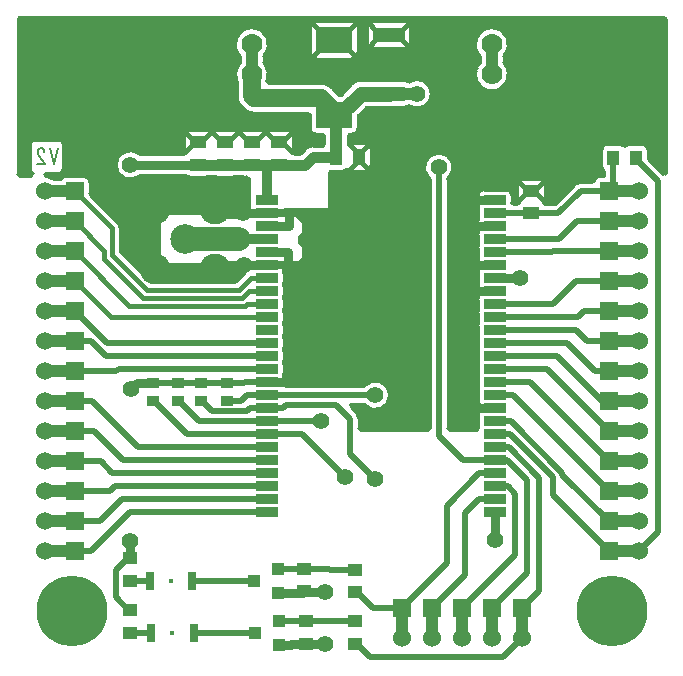
<source format=gbr>
*
*
G04 PADS 9.2 Build Number: 414666 generated Gerber (RS-274-X) file*
G04 PC Version=2.1*
*
%IN "GSM UBLOX LEON.pcb"*%
*
%MOIN*%
*
%FSLAX35Y35*%
*
*
*
*
G04 PC Standard Apertures*
*
*
G04 Thermal Relief Aperture macro.*
%AMTER*
1,1,$1,0,0*
1,0,$1-$2,0,0*
21,0,$3,$4,0,0,45*
21,0,$3,$4,0,0,135*
%
*
*
G04 Annular Aperture macro.*
%AMANN*
1,1,$1,0,0*
1,0,$2,0,0*
%
*
*
G04 Odd Aperture macro.*
%AMODD*
1,1,$1,0,0*
1,0,$1-0.005,0,0*
%
*
*
G04 PC Custom Aperture Macros*
*
*
*
*
*
*
G04 PC Aperture Table*
*
%ADD011C,0.06*%
%ADD012R,0.07X0.07*%
%ADD013C,0.23622*%
%ADD014C,0.05*%
%ADD016C,0.04*%
%ADD017C,0.02*%
%ADD018C,0.015*%
%ADD019C,0.03*%
%ADD022C,0.055*%
%ADD024C,0.001*%
%ADD025C,0.01*%
%ADD031C,0.07*%
%ADD036C,0.008*%
%ADD040R,0.06X0.06*%
%ADD041C,0.08*%
%ADD043R,0.056X0.039*%
%ADD044R,0.039X0.056*%
%ADD045C,0.09843*%
%ADD046R,0.039X0.051*%
%ADD050C,0.035*%
%ADD051R,0.04X0.035*%
%ADD052R,0.12X0.085*%
%ADD053R,0.105X0.05*%
%ADD054C,0.10236*%
%ADD055R,0.04X0.04*%
%ADD056R,0.051X0.039*%
%ADD057R,0.072X0.032*%
%ADD058R,0.0315X0.06299*%
%ADD061C,0.032*%
%ADD077C,0.025*%
%ADD079C,0.01575*%
%ADD080C,0.016*%
*
*
*
*
G04 PC Circuitry*
G04 Layer Name GSM UBLOX LEON.pcb - circuitry*
%LPD*%
*
*
G04 PC Custom Flashes*
G04 Layer Name GSM UBLOX LEON.pcb - flashes*
%LPD*%
*
*
G04 PC Circuitry*
G04 Layer Name GSM UBLOX LEON.pcb - circuitry*
%LPD*%
*
G54D11*
G01X329000Y280000D03*
X131000Y250000D03*
X329000Y230000D03*
Y220000D03*
X131000Y240000D03*
X329000Y210000D03*
X131000Y230000D03*
X329000Y200000D03*
X131000Y220000D03*
X329000Y190000D03*
Y180000D03*
Y270000D03*
Y170000D03*
Y160000D03*
X290000Y131000D03*
X131000Y210000D03*
X280000Y131000D03*
X131000Y200000D03*
X250000Y131000D03*
X131000Y190000D03*
X270000Y131000D03*
X131000Y180000D03*
X260000Y131000D03*
X131000Y170000D03*
Y160000D03*
X329000Y260000D03*
X131000Y280000D03*
Y270000D03*
X329000Y250000D03*
X131000Y260000D03*
X329000Y240000D03*
X227400Y305300D02*
X228100D01*
X229150*
X227400D02*
Y306700D01*
X223100Y311000*
X200800*
X200000Y311800*
Y319000*
G54D12*
X210000Y329000D03*
X290000D03*
G54D13*
X140000Y140000D03*
Y320000D03*
X320000D03*
Y140000D03*
G54D14*
X229150Y305300D02*
X236350Y312500D01*
X245600*
G54D16*
X250000Y131000D02*
Y141000D01*
X260000Y131000D02*
Y141000D01*
X270000Y131000D02*
Y141000D01*
X280000Y131000D02*
Y141000D01*
X290000Y131000D02*
Y141000D01*
X131000Y160000D02*
X141000D01*
X329000D02*
X319000D01*
X141000Y170000D02*
X131000D01*
X329000D02*
X319000D01*
X131000Y180000D02*
X141000D01*
X329000D02*
X319000D01*
X141000Y190000D02*
X131000D01*
X329000D02*
X319000D01*
X131000Y200000D02*
X141000D01*
X329000D02*
X319000D01*
X141000Y210000D02*
X131000D01*
X329000D02*
X319000D01*
X131000Y220000D02*
X141000D01*
X329000D02*
X319000D01*
X141000Y230000D02*
X131000D01*
X319000D02*
X329000D01*
X131000Y240000D02*
X141000D01*
X329000D02*
X319000D01*
X141000Y250000D02*
X131000D01*
X187800Y254000D02*
X167800D01*
Y274000*
X187800Y254000D02*
Y254800D01*
X195900*
X197300Y255400*
X319000Y250000D02*
X329000D01*
X131000Y260000D02*
X141000D01*
X329000D02*
X319000D01*
X141000Y270000D02*
X131000D01*
X167800Y274000D02*
X187800D01*
X197100Y272800D02*
X189000D01*
X187800Y274000*
X319000Y270000D02*
X329000D01*
X141000Y280000D02*
X131000D01*
X319000D02*
X320500D01*
X329000*
X228100Y291400D02*
Y301200D01*
X200000Y319000D02*
Y329000D01*
X255100Y312500D02*
X245600D01*
X280000Y319000D02*
Y329000D01*
G54D17*
X159500Y132700D02*
X166413D01*
X201100D02*
X180587D01*
X281500Y124800D02*
X239400D01*
X235100Y129100*
X234500*
X281500Y124800D02*
X283800D01*
X290000Y131000*
X159500Y140300D02*
X158900D01*
X154600Y144600*
Y153600*
X158800Y157800*
X159400*
X209100Y136700D02*
X218000D01*
X234500*
X250000Y141000D02*
X265000Y156000D01*
Y175230*
X275800Y186030*
X281000*
X250000Y141000D02*
X240400D01*
X235100Y146300*
X234500*
X260000Y141000D02*
X271100Y152100D01*
Y172670*
X275800Y177370*
X281000*
X270000Y141000D02*
X287800Y158800D01*
Y179200*
X285300Y181700*
X281000*
X280000Y141000D02*
X291600Y152600D01*
Y183700*
X284940Y190360*
X281000*
X290000Y141000D02*
X295900Y146900D01*
Y184500*
X285710Y194690*
X281000*
X159400Y150200D02*
X166013D01*
X180187D02*
X200700D01*
X208700Y154200D02*
X217400D01*
X234500Y153900D02*
X226100D01*
X225800Y154200*
X217400*
X141000Y160000D02*
X146500D01*
X159500Y173040*
X205000*
X319000Y160000D02*
X300300Y178700D01*
Y184920*
X286200Y199020*
X281000*
X329000Y160000D02*
X335300Y166300D01*
Y283400*
X328100Y290600*
Y291200*
X141000Y170000D02*
X149300D01*
X156700Y177370*
X205000*
X319000Y170000D02*
X303450Y185550D01*
Y186200*
X286300Y203350*
X281000*
X141000Y180000D02*
X152600D01*
X154300Y181700*
X205000*
X241100Y184100D02*
X232700Y192500D01*
Y204150*
X227950Y208900*
X319000Y180000D02*
X286990Y212010D01*
X281000*
X205000Y190360D02*
X157100D01*
X147500Y200000*
X141000*
X205000Y186030D02*
X153570D01*
X149600Y190000*
X141000*
X231000Y184800D02*
X216780Y199020D01*
X205000*
X281000Y190360D02*
X270500D01*
X262300Y198560*
Y288000*
X319000Y190000D02*
X292660Y216340D01*
X281000*
X205000Y203350D02*
X182500D01*
X175750Y210100*
X175500*
X205000Y203350D02*
X214350D01*
X214600Y203400*
X223000*
X205000Y199020D02*
X178530D01*
X167350Y210200*
X167100*
X205000Y194690D02*
X162000D01*
X146700Y210000*
X141000*
X319000Y200000D02*
X298330Y220670D01*
X281000*
X191600Y210100D02*
X196500D01*
X198410Y212010*
X205000*
Y207680D02*
X210300D01*
X211520Y208900*
X227950*
X198400Y206700D02*
X186850D01*
X183450Y210100*
X183200*
X198400Y206700D02*
X199400Y207680D01*
X205000*
X241200Y212000D02*
X223500D01*
X223490Y212010*
X205000*
X319000Y210000D02*
X316600D01*
X301600Y225000*
X281000*
X141000Y220000D02*
X154900D01*
X155600Y220670*
X205000*
X175500Y216100D02*
X175400Y216200D01*
X167100*
X175500Y216100D02*
X183200D01*
X191600*
X197400*
X197640Y216340*
X205000*
X319000Y220000D02*
X314300D01*
X305000Y229330*
X281000*
X205000D02*
X151670D01*
X141000Y240000*
X205000Y225000D02*
X151400D01*
X146400Y230000*
X141000*
X319000D02*
X311900D01*
X308200Y233660*
X281000*
Y237990D02*
Y238000D01*
X308900*
X310900Y240000*
X319000*
X281000Y242320D02*
X300500D01*
X308200Y250000*
X319000*
X281000Y259640D02*
X300140D01*
X300500Y260000*
X319000*
X281000Y263970D02*
X302300D01*
X308300Y270000*
X319000*
X293100Y272600D02*
X293070Y272630D01*
X281000*
X293100Y272600D02*
X302200D01*
X309600Y280000*
X319000*
X320500D02*
Y291200D01*
G54D18*
X204886Y299764D02*
X206871Y297779D01*
X213314Y293036D02*
X211329Y295021D01*
X213314Y299764D02*
X211329Y297779D01*
X288886Y283564D02*
X290871Y281579D01*
X288886Y276836D02*
X290871Y278821D01*
X297314Y276836D02*
X295329Y278821D01*
X297314Y283564D02*
X295329Y281579D01*
X252264Y328186D02*
X250118Y330332D01*
X252264Y336014D02*
X250118Y333868D01*
X238936Y336014D02*
X241082Y333868D01*
X238936Y328186D02*
X241082Y330332D01*
X234814Y324836D02*
X232155Y327495D01*
X234814Y336164D02*
X232155Y333505D01*
X219986Y336164D02*
X222645Y333505D01*
X219986Y324836D02*
X222645Y327495D01*
X177886Y299764D02*
X179871Y297779D01*
X177886Y293036D02*
X179871Y295021D01*
X186314Y299764D02*
X184329Y297779D01*
X186886Y299764D02*
X188871Y297779D01*
X195314Y299764D02*
X193329Y297779D01*
X239064Y295614D02*
X237079Y293629D01*
X232336Y295614D02*
X234321Y293629D01*
X232336Y287186D02*
X234321Y289171D01*
X239064Y287186D02*
X237079Y289171D01*
X195886Y299764D02*
X197871Y297779D01*
X204314Y299764D02*
X202329Y297779D01*
G54D19*
X209100Y128700D02*
X213200D01*
X213200*
Y129000*
X213300Y129100*
X218000*
Y129200*
X224300*
X208700Y146200D02*
X217000D01*
X217400Y146600*
X224300Y146500D02*
X217400D01*
Y146600*
X159400Y157800D02*
Y163500D01*
X281000Y163600D02*
Y173040D01*
X159600Y214000D02*
X161800Y216200D01*
X167100*
X281000Y207680D02*
X274020D01*
X274000Y207700*
X205000Y216340D02*
X212440D01*
X213600Y217500*
X281000Y246650D02*
X273750D01*
X273700Y246700*
X281000Y250980D02*
X289380D01*
X289400Y251000*
X205000Y255310D02*
X197390D01*
X197300Y255400*
X212100Y255310D02*
Y259640D01*
X205000*
X273700Y255300D02*
X273710Y255310D01*
X281000*
X205000Y272630D02*
X197270D01*
X197100Y272800*
X205000Y268300D02*
X212500D01*
Y272430*
X212300Y272630*
X272700Y268300D02*
X281000D01*
Y276960D02*
X272740D01*
X272700Y277000*
X159500Y288800D02*
X182100D01*
G54D22*
X224300Y129200D03*
Y146500D03*
X159400Y163500D03*
X281000Y163600D03*
X241100Y184100D03*
X231000Y184800D03*
X223000Y203400D03*
X159600Y214000D03*
X241200Y212000D03*
X274000Y207700D03*
X213600Y217500D03*
X273700Y246700D03*
X289400Y251000D03*
X197300Y255400D03*
X218000Y255300D03*
Y263800D03*
X273700Y255300D03*
X197100Y272800D03*
X272700Y268300D03*
Y277000D03*
X159500Y288800D03*
X297800Y293000D03*
X262300Y288000D03*
X168700Y300000D03*
X174200Y305500D03*
X181900D03*
X190000D03*
X297800Y302300D03*
Y311200D03*
X255100Y312500D03*
G54D24*
G54D25*
X338000Y286150D02*
Y337500D01*
G75*
G03X337500Y338000I-500J-0D01*
G01X122500*
G03X122000Y337500I0J-500*
G01Y285700*
G03X122500Y285200I500J0*
G01X126507*
G03X126749Y286138I0J500*
G01X126182Y287100D02*
G03X126749Y286138I1100J0D01*
G01X126182Y287100D02*
Y295900D01*
X127282Y297000D02*
G03X126182Y295900I-0J-1100D01*
G01X127282Y297000D02*
X135900D01*
X137000Y295900D02*
G03X135900Y297000I-1100J0D01*
G01X137000Y295900D02*
Y287100D01*
X135900Y286000D02*
G03X137000Y287100I0J1100D01*
G01X135900Y286000D02*
X131400D01*
G03X131100Y285100I0J-500*
G01X131110Y285092D02*
G03X131100Y285100I-310J-392D01*
G01X131110Y285092D02*
G03X131383Y284985I311J392D01*
G01X133875Y284091D02*
G03X131383Y284985I-2875J-4091D01*
G01X133875Y284091D02*
G03X134162Y284000I287J409D01*
G01X136000*
G03X136400Y284200I-0J500*
G01X138000Y285000D02*
G03X136400Y284200I0J-2000D01*
G01X138000Y285000D02*
X144000D01*
X146000Y283000D02*
G03X144000Y285000I-2000J0D01*
G01X146000Y283000D02*
Y279167D01*
G03X146146Y278813I500J-0*
G01X155380Y269580*
X156200Y267600D02*
G03X155380Y269580I-2800J0D01*
G01X156200Y267600D02*
Y259967D01*
G03X156346Y259613I500J-0*
G01X165963Y249996*
G03X166317Y249850I354J354*
G01X187800*
X194333*
G03X194687Y249996I0J500*
G01X197650Y252960*
X198176Y253373D02*
G03X197650Y252960I1454J-2393D01*
G01X198176Y253373D02*
G03X197916Y254300I-260J427D01*
G01X169000*
X168500Y254800D02*
G03X169000Y254300I500J0D01*
G01X168500Y254800D02*
Y272200D01*
X169000Y272700D02*
G03X168500Y272200I0J-500D01*
G01X169000Y272700D02*
X198900D01*
G03X199400Y273200I-0J500*
G01Y273700*
G03X199200Y274100I-500J-0*
G01X199000Y274500D02*
G03X199200Y274100I500J0D01*
G01X199000Y274500D02*
Y284350D01*
G03X198500Y284850I-500J-0*
G01X197300*
X196516Y285010D02*
G03X197300Y284850I784J1840D01*
G01X196516Y285010D02*
G03X196320Y285050I-196J-460D01*
G01X194880*
G03X194684Y285010I-0J-500*
G01X193900Y284850D02*
G03X194684Y285010I0J2000D01*
G01X193900Y284850D02*
X188300D01*
X187516Y285010D02*
G03X188300Y284850I784J1840D01*
G01X187516Y285010D02*
G03X187320Y285050I-196J-460D01*
G01X185880*
G03X185684Y285010I-0J-500*
G01X184900Y284850D02*
G03X185684Y285010I0J2000D01*
G01X184900Y284850D02*
X179300D01*
X178155Y285210D02*
G03X179300Y284850I1145J1640D01*
G01X178155Y285210D02*
G03X177869Y285300I-286J-410D01*
G01X162900*
G03X162577Y285181I0J-500*
G01Y292419D02*
G03Y285181I-3077J-3619D01*
G01Y292419D02*
G03X162900Y292300I323J381D01*
G01X177422*
G03X177797Y293130I-0J500*
G01X177300Y294450D02*
G03X177797Y293130I2000J0D01*
G01X177300Y294450D02*
Y298350D01*
X179300Y300350D02*
G03X177300Y298350I0J-2000D01*
G01X179300Y300350D02*
X184900D01*
X186260Y299816D02*
G03X184900Y300350I-1360J-1466D01*
G01X186260Y299816D02*
G03X186940I340J367D01*
G01X188300Y300350D02*
G03X186940Y299816I0J-2000D01*
G01X188300Y300350D02*
X193900D01*
X195260Y299816D02*
G03X193900Y300350I-1360J-1466D01*
G01X195260Y299816D02*
G03X195940I340J367D01*
G01X197300Y300350D02*
G03X195940Y299816I0J-2000D01*
G01X197300Y300350D02*
X202900D01*
X204260Y299816D02*
G03X202900Y300350I-1360J-1466D01*
G01X204260Y299816D02*
G03X204940I340J367D01*
G01X206300Y300350D02*
G03X204940Y299816I0J-2000D01*
G01X206300Y300350D02*
X211900D01*
X213900Y298350D02*
G03X211900Y300350I-2000J0D01*
G01X213900Y298350D02*
Y294450D01*
X213557Y293330D02*
G03X213900Y294450I-1657J1120D01*
G01X213557Y293330D02*
G03X213971Y292550I414J-280D01*
G01X216040*
G03X216393Y292696I-0J500*
G01X217748Y294052*
X220400Y295150D02*
G03X217748Y294052I0J-3750D01*
G01X220400Y295150D02*
X223600D01*
G03X224100Y295650I-0J500*
G01Y298550*
G03X223600Y299050I-500J-0*
G01X221400*
X219400Y301050D02*
G03X221400Y299050I2000J0D01*
G01X219400Y301050D02*
Y305500D01*
G03X218900Y306000I-500J-0*
G01X200800*
X197264Y307464D02*
G03X200800Y306000I3536J3536D01*
G01X197264Y307464D02*
X196464Y308264D01*
X195000Y311800D02*
G03X196464Y308264I5000J0D01*
G01X195000Y311800D02*
Y316602D01*
G03X194958Y316802I-500J0*
G01X195875Y322638D02*
G03X194958Y316802I4125J-3638D01*
G01X195875Y322638D02*
G03X196000Y322969I-375J331D01*
G01Y325031*
G03X195875Y325362I-500J0*
G01X204125D02*
G03X195875I-4125J3638D01*
G01X204125D02*
G03X204000Y325031I375J-331D01*
G01Y322969*
G03X204125Y322638I500J-0*
G01X205042Y316802D02*
G03X204125Y322638I-5042J2198D01*
G01X205042Y316802D02*
G03X205000Y316602I458J-200D01*
G01Y316500*
G03X205500Y316000I500J0*
G01X223100*
X226636Y314536D02*
G03X223100Y316000I-3536J-3536D01*
G01X226636Y314536D02*
X228975Y312196D01*
G03X229682I354J354*
G01X233168Y315682*
X236350Y317000D02*
G03X233168Y315682I0J-4500D01*
G01X236350Y317000D02*
X245600D01*
X250850*
X252050Y316600D02*
G03X250850Y317000I-1200J-1600D01*
G01X252050Y316600D02*
G03X252350Y316500I300J400D01*
G01X252396*
G03X252653Y316571I-0J500*
G01Y308429D02*
G03Y316571I2447J4071D01*
G01Y308429D02*
G03X252396Y308500I-257J-429D01*
G01X252350*
G03X252050Y308400I0J-500*
G01X250850Y308000D02*
G03X252050Y308400I0J2000D01*
G01X250850Y308000D02*
X240350D01*
X238421*
G03X238068Y307854I0J-500*
G01X235546Y305332*
G03X235400Y304979I354J-353*
G01Y301050*
X233400Y299050D02*
G03X235400Y301050I0J2000D01*
G01X233400Y299050D02*
X232600D01*
G03X232100Y298550I0J-500*
G01Y296420*
G03X232830Y295976I500J-0*
G01X233750Y296200D02*
G03X232830Y295976I0J-2000D01*
G01X233750Y296200D02*
X237650D01*
X239650Y294200D02*
G03X237650Y296200I-2000J0D01*
G01X239650Y294200D02*
Y288600D01*
X237650Y286600D02*
G03X239650Y288600I0J2000D01*
G01X237650Y286600D02*
X233750D01*
X232270Y287255D02*
G03X233750Y286600I1480J1345D01*
G01X232270Y287255D02*
G03X231530I-370J-337D01*
G01X230050Y286600D02*
G03X231530Y287255I0J2000D01*
G01X230050Y286600D02*
X226200D01*
G03X225700Y286100I0J-500*
G01Y274500*
X225200Y274000D02*
G03X225700Y274500I0J500D01*
G01X225200Y274000D02*
X211100D01*
G03X210600Y273500I0J-500*
G01Y273200*
G03X211100Y272700I500J0*
G01X216700*
X217200Y272200D02*
G03X216700Y272700I-500J0D01*
G01X217200Y272200D02*
Y254800D01*
X216700Y254300D02*
G03X217200Y254800I0J500D01*
G01X216700Y254300D02*
X211100D01*
G03X210600Y253800I0J-500*
G01Y253710*
X210548Y253258D02*
G03X210600Y253710I-1948J452D01*
G01X210548Y253258D02*
G03Y253032I487J-113D01*
G01X210600Y252580D02*
G03X210548Y253032I-2000J0D01*
G01X210600Y252580D02*
Y249380D01*
X210548Y248928D02*
G03X210600Y249380I-1948J452D01*
G01X210548Y248928D02*
G03Y248702I487J-113D01*
G01X210600Y248250D02*
G03X210548Y248702I-2000J0D01*
G01X210600Y248250D02*
Y245050D01*
X210548Y244598D02*
G03X210600Y245050I-1948J452D01*
G01X210548Y244598D02*
G03Y244372I487J-113D01*
G01X210600Y243920D02*
G03X210548Y244372I-2000J0D01*
G01X210600Y243920D02*
Y240720D01*
X210548Y240268D02*
G03X210600Y240720I-1948J452D01*
G01X210548Y240268D02*
G03Y240042I487J-113D01*
G01X210600Y239590D02*
G03X210548Y240042I-2000J0D01*
G01X210600Y239590D02*
Y236390D01*
X210548Y235938D02*
G03X210600Y236390I-1948J452D01*
G01X210548Y235938D02*
G03Y235712I487J-113D01*
G01X210600Y235260D02*
G03X210548Y235712I-2000J0D01*
G01X210600Y235260D02*
Y232060D01*
X210548Y231608D02*
G03X210600Y232060I-1948J452D01*
G01X210548Y231608D02*
G03Y231382I487J-113D01*
G01X210600Y230930D02*
G03X210548Y231382I-2000J0D01*
G01X210600Y230930D02*
Y227730D01*
X210548Y227278D02*
G03X210600Y227730I-1948J452D01*
G01X210548Y227278D02*
G03Y227052I487J-113D01*
G01X210600Y226600D02*
G03X210548Y227052I-2000J0D01*
G01X210600Y226600D02*
Y223400D01*
X210548Y222948D02*
G03X210600Y223400I-1948J452D01*
G01X210548Y222948D02*
G03Y222722I487J-113D01*
G01X210600Y222270D02*
G03X210548Y222722I-2000J0D01*
G01X210600Y222270D02*
Y219070D01*
X210548Y218618D02*
G03X210600Y219070I-1948J452D01*
G01X210548Y218618D02*
G03Y218392I487J-113D01*
G01X210600Y217940D02*
G03X210548Y218392I-2000J0D01*
G01X210600Y217940D02*
Y215510D01*
G03X211100Y215010I500J0*
G01X223490*
X223717Y215001D02*
G03X223490Y215010I-227J-2991D01*
G01X223717Y215001D02*
G03X223754Y215000I37J499D01*
G01X237287*
G03X237660Y215167I-0J500*
G01Y208833D02*
G03Y215167I3540J3167D01*
G01Y208833D02*
G03X237287Y209000I-373J-333D01*
G01X233300*
G03X232946Y208146I-0J-500*
G01X234821Y206271*
X235700Y204150D02*
G03X234821Y206271I-3000J0D01*
G01X235700Y204150D02*
Y201000D01*
G03X236200Y200500I500J0*
G01X258800*
G03X259300Y201000I-0J500*
G01Y284087*
G03X259133Y284460I-500J-0*
G01X265467D02*
G03X259133I-3167J3540D01*
G01X265467D02*
G03X265300Y284087I333J-373D01*
G01Y201000*
G03X265800Y200500I500J0*
G01X274929*
G03X275423Y200924I0J500*
G01X275452Y201072D02*
G03X275423Y200924I1948J-452D01*
G01X275452Y201072D02*
G03Y201298I-487J113D01*
G01X275400Y201750D02*
G03X275452Y201298I2000J0D01*
G01X275400Y201750D02*
Y204950D01*
X275452Y205402D02*
G03X275400Y204950I1948J-452D01*
G01X275452Y205402D02*
G03Y205628I-487J113D01*
G01X275400Y206080D02*
G03X275452Y205628I2000J0D01*
G01X275400Y206080D02*
Y209280D01*
X275452Y209732D02*
G03X275400Y209280I1948J-452D01*
G01X275452Y209732D02*
G03Y209958I-487J113D01*
G01X275400Y210410D02*
G03X275452Y209958I2000J0D01*
G01X275400Y210410D02*
Y213610D01*
X275452Y214062D02*
G03X275400Y213610I1948J-452D01*
G01X275452Y214062D02*
G03Y214288I-487J113D01*
G01X275400Y214740D02*
G03X275452Y214288I2000J0D01*
G01X275400Y214740D02*
Y217940D01*
X275452Y218392D02*
G03X275400Y217940I1948J-452D01*
G01X275452Y218392D02*
G03Y218618I-487J113D01*
G01X275400Y219070D02*
G03X275452Y218618I2000J0D01*
G01X275400Y219070D02*
Y222270D01*
X275452Y222722D02*
G03X275400Y222270I1948J-452D01*
G01X275452Y222722D02*
G03Y222948I-487J113D01*
G01X275400Y223400D02*
G03X275452Y222948I2000J0D01*
G01X275400Y223400D02*
Y226600D01*
X275452Y227052D02*
G03X275400Y226600I1948J-452D01*
G01X275452Y227052D02*
G03Y227278I-487J113D01*
G01X275400Y227730D02*
G03X275452Y227278I2000J0D01*
G01X275400Y227730D02*
Y230930D01*
X275452Y231382D02*
G03X275400Y230930I1948J-452D01*
G01X275452Y231382D02*
G03Y231608I-487J113D01*
G01X275400Y232060D02*
G03X275452Y231608I2000J0D01*
G01X275400Y232060D02*
Y235260D01*
X275452Y235712D02*
G03X275400Y235260I1948J-452D01*
G01X275452Y235712D02*
G03Y235938I-487J113D01*
G01X275400Y236390D02*
G03X275452Y235938I2000J0D01*
G01X275400Y236390D02*
Y239590D01*
X275452Y240042D02*
G03X275400Y239590I1948J-452D01*
G01X275452Y240042D02*
G03Y240268I-487J113D01*
G01X275400Y240720D02*
G03X275452Y240268I2000J0D01*
G01X275400Y240720D02*
Y243920D01*
X275452Y244372D02*
G03X275400Y243920I1948J-452D01*
G01X275452Y244372D02*
G03Y244598I-487J113D01*
G01X275400Y245050D02*
G03X275452Y244598I2000J0D01*
G01X275400Y245050D02*
Y248250D01*
X275452Y248702D02*
G03X275400Y248250I1948J-452D01*
G01X275452Y248702D02*
G03Y248928I-487J113D01*
G01X275400Y249380D02*
G03X275452Y248928I2000J0D01*
G01X275400Y249380D02*
Y252580D01*
X275452Y253032D02*
G03X275400Y252580I1948J-452D01*
G01X275452Y253032D02*
G03Y253258I-487J113D01*
G01X275400Y253710D02*
G03X275452Y253258I2000J0D01*
G01X275400Y253710D02*
Y256910D01*
X275452Y257362D02*
G03X275400Y256910I1948J-452D01*
G01X275452Y257362D02*
G03Y257588I-487J113D01*
G01X275400Y258040D02*
G03X275452Y257588I2000J0D01*
G01X275400Y258040D02*
Y261240D01*
X275452Y261692D02*
G03X275400Y261240I1948J-452D01*
G01X275452Y261692D02*
G03Y261918I-487J113D01*
G01X275400Y262370D02*
G03X275452Y261918I2000J0D01*
G01X275400Y262370D02*
Y265570D01*
X275452Y266022D02*
G03X275400Y265570I1948J-452D01*
G01X275452Y266022D02*
G03Y266248I-487J113D01*
G01X275400Y266700D02*
G03X275452Y266248I2000J0D01*
G01X275400Y266700D02*
Y269900D01*
X275452Y270352D02*
G03X275400Y269900I1948J-452D01*
G01X275452Y270352D02*
G03Y270578I-487J113D01*
G01X275400Y271030D02*
G03X275452Y270578I2000J0D01*
G01X275400Y271030D02*
Y274230D01*
X275452Y274682D02*
G03X275400Y274230I1948J-452D01*
G01X275452Y274682D02*
G03Y274908I-487J113D01*
G01X275400Y275360D02*
G03X275452Y274908I2000J0D01*
G01X275400Y275360D02*
Y278560D01*
X277400Y280560D02*
G03X275400Y278560I0J-2000D01*
G01X277400Y280560D02*
X284600D01*
X286600Y278560D02*
G03X284600Y280560I-2000J0D01*
G01X286600Y278560D02*
Y276130D01*
G03X287100Y275630I500J0*
G01X288363*
G03X288750Y275814I-0J500*
G01X288955Y276030D02*
G03X288750Y275814I1345J-1480D01*
G01X288955Y276030D02*
G03Y276770I-337J370D01*
G01X288300Y278250D02*
G03X288955Y276770I2000J0D01*
G01X288300Y278250D02*
Y282150D01*
X290300Y284150D02*
G03X288300Y282150I0J-2000D01*
G01X290300Y284150D02*
X295900D01*
X297900Y282150D02*
G03X295900Y284150I-2000J0D01*
G01X297900Y282150D02*
Y278250D01*
X297245Y276770D02*
G03X297900Y278250I-1345J1480D01*
G01X297245Y276770D02*
G03Y276030I337J-370D01*
G01X297469Y275790D02*
G03X297245Y276030I-1569J-1240D01*
G01X297469Y275790D02*
G03X297862Y275600I393J310D01*
G01X300750*
G03X301104Y275746I0J500*
G01X307479Y282121*
X309600Y283000D02*
G03X307479Y282121I0J-3000D01*
G01X309600Y283000D02*
X313550D01*
G03X314040Y283400I0J500*
G01X316000Y285000D02*
G03X314040Y283400I0J-2000D01*
G01X316000Y285000D02*
X317000D01*
G03X317500Y285500I-0J500*
G01Y286688*
G03X317310Y287081I-500J0*
G01X316550Y288650D02*
G03X317310Y287081I2000J0D01*
G01X316550Y288650D02*
Y293750D01*
X318550Y295750D02*
G03X316550Y293750I0J-2000D01*
G01X318550Y295750D02*
X322450D01*
X323930Y295095D02*
G03X322450Y295750I-1480J-1345D01*
G01X323930Y295095D02*
G03X324670I370J337D01*
G01X326150Y295750D02*
G03X324670Y295095I0J-2000D01*
G01X326150Y295750D02*
X330050D01*
X332050Y293750D02*
G03X330050Y295750I-2000J0D01*
G01X332050Y293750D02*
Y291100D01*
G03X332196Y290746I500J-0*
G01X337146Y285796*
G03X338000Y286150I354J354*
G01X284125Y325362D02*
G03X275875I-4125J3638D01*
G01X284125D02*
G03X284000Y325031I375J-331D01*
G01Y322969*
G03X284125Y322638I500J-0*
G01X275875D02*
G03X284125I4125J-3638D01*
G01X275875D02*
G03X276000Y322969I-375J331D01*
G01Y325031*
G03X275875Y325362I-500J0*
G01X252850Y334600D02*
Y329600D01*
X250850Y327600D02*
G03X252850Y329600I0J2000D01*
G01X250850Y327600D02*
X240350D01*
X238350Y329600D02*
G03X240350Y327600I2000J0D01*
G01X238350Y329600D02*
Y334600D01*
X240350Y336600D02*
G03X238350Y334600I0J-2000D01*
G01X240350Y336600D02*
X250850D01*
X252850Y334600D02*
G03X250850Y336600I-2000J0D01*
G01X235400Y334750D02*
Y326250D01*
X233400Y324250D02*
G03X235400Y326250I0J2000D01*
G01X233400Y324250D02*
X221400D01*
X219400Y326250D02*
G03X221400Y324250I2000J0D01*
G01X219400Y326250D02*
Y334750D01*
X221400Y336750D02*
G03X219400Y334750I0J-2000D01*
G01X221400Y336750D02*
X233400D01*
X235400Y334750D02*
G03X233400Y336750I-2000J0D01*
G01X122000Y337299D02*
X338000D01*
X251725Y336399D02*
X338000D01*
X252637Y335499D02*
X338000D01*
X252850Y334599D02*
X338000D01*
X282859Y333699D02*
X338000D01*
X283977Y332799D02*
X338000D01*
X284674Y331899D02*
X338000D01*
X285124Y330999D02*
X338000D01*
X285389Y330099D02*
X338000D01*
X285496Y329199D02*
X338000D01*
X285455Y328299D02*
X338000D01*
X285262Y327399D02*
X338000D01*
X284898Y326499D02*
X338000D01*
X284322Y325599D02*
X338000D01*
X284000Y324699D02*
X338000D01*
X284000Y323799D02*
X338000D01*
X284005Y322899D02*
X338000D01*
X284611Y321999D02*
X338000D01*
X285084Y321099D02*
X338000D01*
X285368Y320199D02*
X338000D01*
X285492Y319299D02*
X338000D01*
X285467Y318399D02*
X338000D01*
X285291Y317499D02*
X338000D01*
X284948Y316599D02*
X338000D01*
X284399Y315699D02*
X338000D01*
X283550Y314799D02*
X338000D01*
X282056Y313899D02*
X338000D01*
X259824Y312999D02*
X338000D01*
X259833Y312099D02*
X338000D01*
X259668Y311199D02*
X338000D01*
X259309Y310299D02*
X338000D01*
X258698Y309399D02*
X338000D01*
X257660Y308499D02*
X338000D01*
X237813Y307599D02*
X338000D01*
X236913Y306699D02*
X338000D01*
X236013Y305799D02*
X338000D01*
X235400Y304899D02*
X338000D01*
X235400Y303999D02*
X338000D01*
X235400Y303099D02*
X338000D01*
X235400Y302199D02*
X338000D01*
X235400Y301299D02*
X338000D01*
X235291Y300399D02*
X338000D01*
X234662Y299499D02*
X338000D01*
X232102Y298599D02*
X338000D01*
X232100Y297699D02*
X338000D01*
X232100Y296799D02*
X338000D01*
X238706Y295899D02*
X338000D01*
X331612Y294999D02*
X338000D01*
X332019Y294099D02*
X338000D01*
X332050Y293199D02*
X338000D01*
X332050Y292299D02*
X338000D01*
X332050Y291399D02*
X338000D01*
X332444Y290499D02*
X338000D01*
X333344Y289599D02*
X338000D01*
X334244Y288699D02*
X338000D01*
X335144Y287799D02*
X338000D01*
X336044Y286899D02*
X338000D01*
X336944Y285999D02*
X337977D01*
X324050Y294999D02*
X324550D01*
X266608Y285999D02*
X317500D01*
X266921Y286899D02*
X317454D01*
X266061Y285099D02*
X317298D01*
X239484Y294999D02*
X316988D01*
X267046Y287799D02*
X316740D01*
X239650Y294099D02*
X316581D01*
X239650Y293199D02*
X316550D01*
X264321Y292299D02*
X316550D01*
X265618Y291399D02*
X316550D01*
X266340Y290499D02*
X316550D01*
X266773Y289599D02*
X316550D01*
X266998Y288699D02*
X316550D01*
X265313Y284199D02*
X314399D01*
X297537Y283299D02*
X314008D01*
X297884Y282399D02*
X307798D01*
X297900Y281499D02*
X306856D01*
X297900Y280599D02*
X305956D01*
X297900Y279699D02*
X305056D01*
X297900Y278799D02*
X304156D01*
X297869Y277899D02*
X303256D01*
X297460Y276999D02*
X302356D01*
X297183Y276099D02*
X301456D01*
X286601D02*
X289017D01*
X286600Y276999D02*
X288740D01*
X265300Y283299D02*
X288663D01*
X286600Y277899D02*
X288331D01*
X265300Y282399D02*
X288316D01*
X265300Y281499D02*
X288300D01*
X265300Y280599D02*
X288300D01*
X286244Y279699D02*
X288300D01*
X286586Y278799D02*
X288300D01*
X259639Y313899D02*
X277944D01*
X252850Y333699D02*
X277141D01*
X259257Y314799D02*
X276450D01*
X252850Y332799D02*
X276023D01*
X234662Y324699D02*
X276000D01*
X204000Y323799D02*
X276000D01*
X204005Y322899D02*
X275995D01*
X265300Y279699D02*
X275756D01*
X235291Y325599D02*
X275678D01*
X258612Y315699D02*
X275601D01*
X265300Y218499D02*
X275465D01*
X265300Y240099D02*
X275461D01*
X265300Y266199D02*
X275461D01*
X265300Y261699D02*
X275453D01*
X265300Y244599D02*
X275452D01*
X265300Y222999D02*
X275441D01*
X265300Y213999D02*
X275438D01*
X265300Y201399D02*
X275431D01*
X265300Y235599D02*
X275429D01*
X265300Y270699D02*
X275428D01*
X265300Y257199D02*
X275421D01*
X265300Y249099D02*
X275420D01*
X265300Y278799D02*
X275414D01*
X265300Y227499D02*
X275413D01*
X265300Y209499D02*
X275412D01*
X265300Y205899D02*
X275408D01*
X265300Y231099D02*
X275407D01*
X265300Y275199D02*
X275406D01*
X265300Y252699D02*
X275404D01*
X265300Y253599D02*
X275403D01*
X265300Y274299D02*
X275401D01*
X265300Y231999D02*
X275401D01*
X265300Y204999D02*
X275401D01*
X265300Y210399D02*
X275400D01*
X265300Y277899D02*
X275400D01*
X265300Y276999D02*
X275400D01*
X265300Y276099D02*
X275400D01*
X265300Y273399D02*
X275400D01*
X265300Y272499D02*
X275400D01*
X265300Y271599D02*
X275400D01*
X265300Y269799D02*
X275400D01*
X265300Y268899D02*
X275400D01*
X265300Y267999D02*
X275400D01*
X265300Y267099D02*
X275400D01*
X265300Y265299D02*
X275400D01*
X265300Y264399D02*
X275400D01*
X265300Y263499D02*
X275400D01*
X265300Y262599D02*
X275400D01*
X265300Y260799D02*
X275400D01*
X265300Y259899D02*
X275400D01*
X265300Y258999D02*
X275400D01*
X265300Y258099D02*
X275400D01*
X265300Y256299D02*
X275400D01*
X265300Y255399D02*
X275400D01*
X265300Y254499D02*
X275400D01*
X265300Y251799D02*
X275400D01*
X265300Y250899D02*
X275400D01*
X265300Y249999D02*
X275400D01*
X265300Y248199D02*
X275400D01*
X265300Y247299D02*
X275400D01*
X265300Y246399D02*
X275400D01*
X265300Y245499D02*
X275400D01*
X265300Y243699D02*
X275400D01*
X265300Y242799D02*
X275400D01*
X265300Y241899D02*
X275400D01*
X265300Y240999D02*
X275400D01*
X265300Y239199D02*
X275400D01*
X265300Y238299D02*
X275400D01*
X265300Y237399D02*
X275400D01*
X265300Y236499D02*
X275400D01*
X265300Y234699D02*
X275400D01*
X265300Y233799D02*
X275400D01*
X265300Y232899D02*
X275400D01*
X265300Y230199D02*
X275400D01*
X265300Y229299D02*
X275400D01*
X265300Y228399D02*
X275400D01*
X265300Y226599D02*
X275400D01*
X265300Y225699D02*
X275400D01*
X265300Y224799D02*
X275400D01*
X265300Y223899D02*
X275400D01*
X265300Y222099D02*
X275400D01*
X265300Y221199D02*
X275400D01*
X265300Y220299D02*
X275400D01*
X265300Y219399D02*
X275400D01*
X265300Y217599D02*
X275400D01*
X265300Y216699D02*
X275400D01*
X265300Y215799D02*
X275400D01*
X265300Y214899D02*
X275400D01*
X265300Y213099D02*
X275400D01*
X265300Y212199D02*
X275400D01*
X265300Y211299D02*
X275400D01*
X265300Y208599D02*
X275400D01*
X265300Y207699D02*
X275400D01*
X265300Y206799D02*
X275400D01*
X265300Y204099D02*
X275400D01*
X265300Y203199D02*
X275400D01*
X265300Y202299D02*
X275400D01*
X204611Y321999D02*
X275389D01*
X252850Y331899D02*
X275326D01*
X235400Y326499D02*
X275102D01*
X257501Y316599D02*
X275052D01*
X205084Y321099D02*
X274916D01*
X252850Y330999D02*
X274876D01*
X235400Y327399D02*
X274738D01*
X205291Y317499D02*
X274709D01*
X205368Y320199D02*
X274632D01*
X252850Y330099D02*
X274611D01*
X252369Y328299D02*
X274545D01*
X205467Y318399D02*
X274533D01*
X205492Y319299D02*
X274508D01*
X252809Y329199D02*
X274504D01*
X239650Y292299D02*
X260279D01*
X225700Y283299D02*
X259300D01*
X225700Y282399D02*
X259300D01*
X225700Y281499D02*
X259300D01*
X225700Y280599D02*
X259300D01*
X225700Y279699D02*
X259300D01*
X225700Y278799D02*
X259300D01*
X225700Y277899D02*
X259300D01*
X225700Y276999D02*
X259300D01*
X225700Y276099D02*
X259300D01*
X225700Y275199D02*
X259300D01*
X225658Y274299D02*
X259300D01*
X210600Y273399D02*
X259300D01*
X217101Y272499D02*
X259300D01*
X217200Y271599D02*
X259300D01*
X217200Y270699D02*
X259300D01*
X217200Y269799D02*
X259300D01*
X217200Y268899D02*
X259300D01*
X217200Y267999D02*
X259300D01*
X217200Y267099D02*
X259300D01*
X217200Y266199D02*
X259300D01*
X217200Y265299D02*
X259300D01*
X217200Y264399D02*
X259300D01*
X217200Y263499D02*
X259300D01*
X217200Y262599D02*
X259300D01*
X217200Y261699D02*
X259300D01*
X217200Y260799D02*
X259300D01*
X217200Y259899D02*
X259300D01*
X217200Y258999D02*
X259300D01*
X217200Y258099D02*
X259300D01*
X217200Y257199D02*
X259300D01*
X217200Y256299D02*
X259300D01*
X217200Y255399D02*
X259300D01*
X217099Y254499D02*
X259300D01*
X210597Y253599D02*
X259300D01*
X210596Y252699D02*
X259300D01*
X210600Y251799D02*
X259300D01*
X210600Y250899D02*
X259300D01*
X210600Y249999D02*
X259300D01*
X210580Y249099D02*
X259300D01*
X210600Y248199D02*
X259300D01*
X210600Y247299D02*
X259300D01*
X210600Y246399D02*
X259300D01*
X210600Y245499D02*
X259300D01*
X210548Y244599D02*
X259300D01*
X210600Y243699D02*
X259300D01*
X210600Y242799D02*
X259300D01*
X210600Y241899D02*
X259300D01*
X210600Y240999D02*
X259300D01*
X210539Y240099D02*
X259300D01*
X210600Y239199D02*
X259300D01*
X210600Y238299D02*
X259300D01*
X210600Y237399D02*
X259300D01*
X210600Y236499D02*
X259300D01*
X210571Y235599D02*
X259300D01*
X210600Y234699D02*
X259300D01*
X210600Y233799D02*
X259300D01*
X210600Y232899D02*
X259300D01*
X210599Y231999D02*
X259300D01*
X210593Y231099D02*
X259300D01*
X210600Y230199D02*
X259300D01*
X210600Y229299D02*
X259300D01*
X210600Y228399D02*
X259300D01*
X210587Y227499D02*
X259300D01*
X210600Y226599D02*
X259300D01*
X210600Y225699D02*
X259300D01*
X210600Y224799D02*
X259300D01*
X210600Y223899D02*
X259300D01*
X210559Y222999D02*
X259300D01*
X210600Y222099D02*
X259300D01*
X210600Y221199D02*
X259300D01*
X210600Y220299D02*
X259300D01*
X210600Y219399D02*
X259300D01*
X210535Y218499D02*
X259300D01*
X210600Y217599D02*
X259300D01*
X241896Y216699D02*
X259300D01*
X244052Y215799D02*
X259300D01*
X244963Y214899D02*
X259300D01*
X245509Y213999D02*
X259300D01*
X245821Y213099D02*
X259300D01*
X245946Y212199D02*
X259300D01*
X245898Y211299D02*
X259300D01*
X245672Y210399D02*
X259300D01*
X245238Y209499D02*
X259300D01*
X244516Y208599D02*
X259300D01*
X243215Y207699D02*
X259300D01*
X234294Y206799D02*
X259300D01*
X235138Y205899D02*
X259300D01*
X235577Y204999D02*
X259300D01*
X235700Y204099D02*
X259300D01*
X235700Y203199D02*
X259300D01*
X235700Y202299D02*
X259300D01*
X235700Y201399D02*
X259300D01*
X225700Y284199D02*
X259287D01*
X239650Y291399D02*
X258982D01*
X225700Y285099D02*
X258539D01*
X239650Y290499D02*
X258260D01*
X225700Y285999D02*
X257992D01*
X239650Y289599D02*
X257827D01*
X238701Y286899D02*
X257679D01*
X239650Y288699D02*
X257602D01*
X239482Y287799D02*
X257554D01*
X252052Y316599D02*
X252699D01*
X252314Y308499D02*
X252432D01*
X210600Y216699D02*
X240504D01*
X234532Y336399D02*
X239475D01*
X233394Y207699D02*
X239185D01*
X235400Y328299D02*
X238831D01*
X235255Y335499D02*
X238563D01*
X235400Y329199D02*
X238391D01*
X235400Y334599D02*
X238350D01*
X235400Y333699D02*
X238350D01*
X235400Y332799D02*
X238350D01*
X235400Y331899D02*
X238350D01*
X235400Y330999D02*
X238350D01*
X235400Y330099D02*
X238350D01*
X210600Y215799D02*
X238348D01*
X232810Y208599D02*
X237884D01*
X205000Y316599D02*
X234492D01*
X224810Y315699D02*
X233185D01*
X231101Y286899D02*
X232699D01*
X226351Y314799D02*
X232285D01*
X227272Y313899D02*
X231385D01*
X228172Y312999D02*
X230485D01*
X229113Y312099D02*
X229544D01*
X213900Y297699D02*
X224100D01*
X213900Y296799D02*
X224100D01*
X213900Y295899D02*
X224100D01*
X213884Y298599D02*
X224098D01*
X122000Y336399D02*
X220268D01*
X204000Y324699D02*
X220138D01*
X213537Y299499D02*
X220138D01*
X122000Y335499D02*
X219545D01*
X204322Y325599D02*
X219509D01*
X122000Y300399D02*
X219509D01*
X122000Y334599D02*
X219400D01*
X202859Y333699D02*
X219400D01*
X203977Y332799D02*
X219400D01*
X204674Y331899D02*
X219400D01*
X205124Y330999D02*
X219400D01*
X205389Y330099D02*
X219400D01*
X205496Y329199D02*
X219400D01*
X205455Y328299D02*
X219400D01*
X205262Y327399D02*
X219400D01*
X204898Y326499D02*
X219400D01*
X122000Y304899D02*
X219400D01*
X122000Y303999D02*
X219400D01*
X122000Y303099D02*
X219400D01*
X122000Y302199D02*
X219400D01*
X122000Y301299D02*
X219400D01*
X213900Y294999D02*
X219345D01*
X122000Y305799D02*
X219301D01*
X213869Y294099D02*
X217796D01*
X213494Y293199D02*
X216895D01*
X151561Y273399D02*
X199400D01*
X150661Y274299D02*
X199042D01*
X160679Y284199D02*
X199000D01*
X145978Y283299D02*
X199000D01*
X146000Y282399D02*
X199000D01*
X146000Y281499D02*
X199000D01*
X146000Y280599D02*
X199000D01*
X146000Y279699D02*
X199000D01*
X146161Y278799D02*
X199000D01*
X147061Y277899D02*
X199000D01*
X147961Y276999D02*
X199000D01*
X148861Y276099D02*
X199000D01*
X149761Y275199D02*
X199000D01*
X162361Y253599D02*
X198374D01*
X122000Y306699D02*
X198251D01*
X163261Y252699D02*
X197389D01*
X122000Y333699D02*
X197141D01*
X122000Y307599D02*
X197130D01*
X164161Y251799D02*
X196489D01*
X122000Y308499D02*
X196245D01*
X122000Y332799D02*
X196023D01*
X122000Y324699D02*
X196000D01*
X122000Y323799D02*
X196000D01*
X122000Y322899D02*
X195995D01*
X122000Y325599D02*
X195678D01*
X122000Y309399D02*
X195614D01*
X165061Y250899D02*
X195589D01*
X122000Y321999D02*
X195389D01*
X122000Y331899D02*
X195326D01*
X122000Y310299D02*
X195231D01*
X122000Y326499D02*
X195102D01*
X122000Y311199D02*
X195036D01*
X122000Y316599D02*
X195000D01*
X122000Y315699D02*
X195000D01*
X122000Y314799D02*
X195000D01*
X122000Y313899D02*
X195000D01*
X122000Y312999D02*
X195000D01*
X122000Y312099D02*
X195000D01*
X122000Y321099D02*
X194916D01*
X122000Y330999D02*
X194876D01*
X122000Y327399D02*
X194738D01*
X122000Y317499D02*
X194709D01*
X165961Y249999D02*
X194689D01*
X122000Y320199D02*
X194632D01*
X122000Y330099D02*
X194611D01*
X122000Y328299D02*
X194545D01*
X122000Y318399D02*
X194533D01*
X122000Y319299D02*
X194508D01*
X122000Y329199D02*
X194504D01*
X162477Y285099D02*
X178334D01*
X161293Y293199D02*
X177740D01*
X122000Y299499D02*
X177663D01*
X137000Y294099D02*
X177331D01*
X122000Y298599D02*
X177316D01*
X122000Y297699D02*
X177300D01*
X136534Y296799D02*
X177300D01*
X137000Y295899D02*
X177300D01*
X137000Y294999D02*
X177300D01*
X161461Y254499D02*
X168601D01*
X152461Y272499D02*
X168599D01*
X153361Y271599D02*
X168500D01*
X154261Y270699D02*
X168500D01*
X155161Y269799D02*
X168500D01*
X155881Y268899D02*
X168500D01*
X156171Y267999D02*
X168500D01*
X156200Y267099D02*
X168500D01*
X156200Y266199D02*
X168500D01*
X156200Y265299D02*
X168500D01*
X156200Y264399D02*
X168500D01*
X156200Y263499D02*
X168500D01*
X156200Y262599D02*
X168500D01*
X156200Y261699D02*
X168500D01*
X156200Y260799D02*
X168500D01*
X156205Y259899D02*
X168500D01*
X156961Y258999D02*
X168500D01*
X157861Y258099D02*
X168500D01*
X158761Y257199D02*
X168500D01*
X159661Y256299D02*
X168500D01*
X160561Y255399D02*
X168500D01*
X145601Y284199D02*
X158321D01*
X137000Y293199D02*
X157707D01*
X131102Y285099D02*
X156523D01*
X137000Y292299D02*
X156287D01*
X131364Y285999D02*
X155664D01*
X137000Y291399D02*
X155524D01*
X136981Y286899D02*
X155147D01*
X137000Y290499D02*
X155064D01*
X137000Y287799D02*
X154857D01*
X137000Y289599D02*
X154818D01*
X137000Y288699D02*
X154751D01*
X133715Y284199D02*
X136399D01*
X122000Y285999D02*
X126908D01*
X122000Y296799D02*
X126647D01*
X122000Y286899D02*
X126200D01*
X122000Y295899D02*
X126182D01*
X122000Y294999D02*
X126182D01*
X122000Y294099D02*
X126182D01*
X122000Y293199D02*
X126182D01*
X122000Y292299D02*
X126182D01*
X122000Y291399D02*
X126182D01*
X122000Y290499D02*
X126182D01*
X122000Y289599D02*
X126182D01*
X122000Y288699D02*
X126182D01*
X122000Y287799D02*
X126182D01*
G54D31*
X210000Y319000D03*
X200000Y329000D03*
Y319000D03*
X190000Y329000D03*
Y319000D03*
X290000D03*
X280000Y329000D03*
Y319000D03*
X270000Y329000D03*
Y319000D03*
G54D36*
X135500Y294500D02*
X134045Y289250D01*
X132591Y294500D02*
X134045Y289250D01*
X130773Y293250D02*
Y293500D01*
X130591Y294000*
X130409Y294250*
X130045Y294500*
X129318*
X128955Y294250*
X128773Y294000*
X128591Y293500*
Y293000*
X128773Y292500*
X129136Y291750*
X130955Y289250*
X128409*
G54D40*
X319000Y280000D03*
X141000Y250000D03*
X319000Y230000D03*
Y220000D03*
X141000Y240000D03*
X319000Y210000D03*
X141000Y230000D03*
X319000Y200000D03*
X141000Y220000D03*
X319000Y190000D03*
Y180000D03*
Y270000D03*
Y170000D03*
Y160000D03*
X290000Y141000D03*
X141000Y210000D03*
X280000Y141000D03*
X141000Y200000D03*
X250000Y141000D03*
X141000Y190000D03*
X270000Y141000D03*
X141000Y180000D03*
X260000Y141000D03*
X141000Y170000D03*
Y160000D03*
X319000Y260000D03*
X141000Y280000D03*
Y270000D03*
X319000Y250000D03*
X141000Y260000D03*
X319000Y240000D03*
G54D41*
X177800Y264000D02*
X187800D01*
X195700*
G54D43*
X293100Y280200D03*
Y272600D03*
X209100Y296400D03*
Y288800D03*
X200100Y296400D03*
Y288800D03*
X182100Y296400D03*
Y288800D03*
X191100Y296400D03*
Y288800D03*
G54D44*
X235700Y291400D03*
X228100D03*
G54D45*
X177800Y264000D03*
G54D46*
X328100Y291200D03*
X320500D03*
G54D50*
X205000Y288800D02*
X200100D01*
X182100D02*
X191100D01*
X200100*
X205000D02*
X209100D01*
X217800*
X220400Y291400*
X228100*
G54D51*
X191600Y216100D03*
Y210100D03*
X183200Y216100D03*
Y210100D03*
X175500Y216100D03*
Y210100D03*
X167100Y216200D03*
Y210200D03*
G54D52*
X227400Y305300D03*
Y330500D03*
G54D53*
X245600Y312500D03*
Y332100D03*
G54D54*
X187800Y254000D03*
Y274000D03*
X167800D03*
Y254000D03*
G54D55*
X208700Y154200D03*
Y146200D03*
X200700Y150200D03*
X209100Y136700D03*
Y128700D03*
X201100Y132700D03*
G54D56*
X159400Y150200D03*
Y157800D03*
X159500Y132700D03*
Y140300D03*
X234500Y153900D03*
Y146300D03*
Y136700D03*
Y129100D03*
X217400Y146600D03*
Y154200D03*
X218000Y129100D03*
Y136700D03*
G54D57*
X281000Y276960D03*
Y272630D03*
Y268300D03*
Y263970D03*
Y259640D03*
Y255310D03*
Y250980D03*
Y246650D03*
Y242320D03*
Y237990D03*
Y233660D03*
Y229330D03*
Y225000D03*
Y220670D03*
Y216340D03*
Y212010D03*
Y207680D03*
Y203350D03*
Y199020D03*
Y194690D03*
Y190360D03*
Y186030D03*
Y181700D03*
Y177370D03*
Y173040D03*
X205000D03*
Y177370D03*
Y181700D03*
Y186030D03*
Y190360D03*
Y194690D03*
Y199020D03*
Y203350D03*
Y207680D03*
Y212010D03*
Y216340D03*
Y220670D03*
Y225000D03*
Y229330D03*
Y233660D03*
Y237990D03*
Y242320D03*
Y246650D03*
Y250980D03*
Y255310D03*
Y259640D03*
Y263970D03*
Y268300D03*
Y272630D03*
Y276960D03*
G54D58*
X180587Y132700D03*
X166413D03*
X180187Y150200D03*
X166013D03*
G54D61*
X205000Y263970D02*
X195730D01*
X195700Y264000*
X205000Y276960D02*
Y288800D01*
G54D77*
X212100Y255310D02*
X205000D01*
X218000Y255300D02*
X217990Y255310D01*
X212100*
X218000Y255300D02*
Y263800D01*
Y269830*
X215200Y272630*
X212300*
X205000*
G54D79*
X173500Y132700D03*
X173100Y150200D03*
G54D80*
X187800Y241850D02*
X159150D01*
X141000Y260000*
X187800Y241850D02*
X197900D01*
X198370Y242320*
X205000*
X187800Y244450D02*
X163850D01*
X150800Y257500*
Y260200*
X141000Y270000*
X187800Y244450D02*
X196800D01*
X199000Y246650*
X205000*
Y237990D02*
X153010D01*
X141000Y250000*
X187800Y247050D02*
X164950D01*
X153400Y258600*
Y267600*
X141000Y280000*
X187800Y247050D02*
X195700D01*
X199630Y250980*
X205000*
X297800Y293000D02*
Y302300D01*
X168700Y300000D02*
X174200Y305500D01*
X181900*
X190000*
Y319000*
X297800Y302300D02*
Y311200D01*
X290000Y319000*
G74*
X0Y0D02*
M02*

</source>
